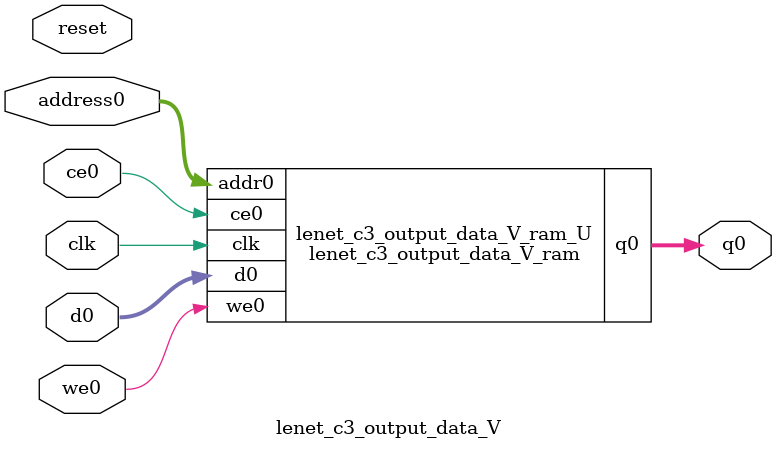
<source format=v>
`timescale 1 ns / 1 ps
module lenet_c3_output_data_V_ram (addr0, ce0, d0, we0, q0,  clk);

parameter DWIDTH = 16;
parameter AWIDTH = 11;
parameter MEM_SIZE = 1600;

input[AWIDTH-1:0] addr0;
input ce0;
input[DWIDTH-1:0] d0;
input we0;
output reg[DWIDTH-1:0] q0;
input clk;

(* ram_style = "block" *)reg [DWIDTH-1:0] ram[0:MEM_SIZE-1];




always @(posedge clk)  
begin 
    if (ce0) 
    begin
        if (we0) 
        begin 
            ram[addr0] <= d0; 
        end 
        q0 <= ram[addr0];
    end
end


endmodule

`timescale 1 ns / 1 ps
module lenet_c3_output_data_V(
    reset,
    clk,
    address0,
    ce0,
    we0,
    d0,
    q0);

parameter DataWidth = 32'd16;
parameter AddressRange = 32'd1600;
parameter AddressWidth = 32'd11;
input reset;
input clk;
input[AddressWidth - 1:0] address0;
input ce0;
input we0;
input[DataWidth - 1:0] d0;
output[DataWidth - 1:0] q0;



lenet_c3_output_data_V_ram lenet_c3_output_data_V_ram_U(
    .clk( clk ),
    .addr0( address0 ),
    .ce0( ce0 ),
    .we0( we0 ),
    .d0( d0 ),
    .q0( q0 ));

endmodule


</source>
